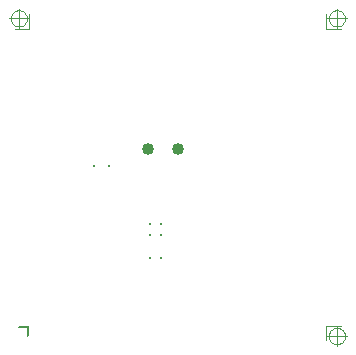
<source format=gbr>
G04 AutoGERB for AutoCAD 14/2000*
G04 RS274-X Output *
%FSLAX34Y34*%
%MOIN*%
%ADD12C,0.005000*%
%ADD13C,0.007000*%
%ADD14C,0.004500*%
%ADD15C,0.013000*%
%ADD16C,0.040000*%
G36*X-312Y0D02*X-396Y-90D01*X-90Y-90*X-90Y-396*X0Y-312*X0Y0*X-312Y0*G37*G54D14*X10248Y-75D02*X10206Y-78D01*X10166Y-87*X10126Y-104*X10090Y-126*X10058Y-153*X10031Y-185*X10008Y-221*X9992Y-260*X9982Y-302*X9978Y-343*G54D14*X9978Y-345D02*X9982Y-387D01*X9992Y-428*X10008Y-467*X10030Y-503*X10057Y-535*X10089Y-563*X10125Y-585*X10164Y-601*X10205Y-611*X10247Y-615*G54D14*X9900Y0D02*X10383Y0D01*G54D14*X10248Y-345D02*X9923Y-345D01*G54D14*X9900Y0D02*X9900Y-483D01*G54D14*X10248Y-615D02*X10291Y-611D01*X10331Y-601*X10371Y-585*X10407Y-563*X10439Y-536*X10466Y-504*X10489Y-468*X10505Y-429*X10515Y-388*X10518Y-346*G54D14*X10248Y-345D02*X10248Y-671D01*G54D14*X10518Y-345D02*X10515Y-302D01*X10505Y-261*X10490Y-222*X10467Y-186*X10440Y-154*X10408Y-127*X10372Y-104*X10333Y-88*X10292Y-78*X10250Y-75*G54D14*X10248Y-345D02*X10574Y-345D01*G54D14*X10248Y-345D02*X10248Y-19D01*G54D14*X-348Y10515D02*X-391Y10511D01*X-431Y10501*X-471Y10485*X-507Y10463*X-539Y10436*X-566Y10404*X-589Y10368*X-605Y10329*X-615Y10288*X-618Y10246*G54D14*X-618Y10245D02*X-615Y10202D01*X-605Y10161*X-590Y10122*X-567Y10086*X-540Y10054*X-508Y10027*X-472Y10004*X-433Y9988*X-392Y9978*X-350Y9975*G54D14*X-348Y10245D02*X-674Y10245D01*G54D14*X-348Y9975D02*X-306Y9978D01*X-266Y9987*X-226Y10004*X-190Y10026*X-158Y10053*X-131Y10085*X-108Y10121*X-92Y10160*X-82Y10202*X-78Y10243*G54D14*X-348Y10245D02*X-348Y9919D01*G54D14*X0Y9900D02*X0Y10383D01*G54D14*X0Y9900D02*X-483Y9900D01*G54D14*X-78Y10245D02*X-82Y10287D01*X-92Y10328*X-108Y10367*X-130Y10403*X-157Y10435*X-189Y10463*X-225Y10485*X-264Y10501*X-305Y10511*X-347Y10515*G54D14*X-348Y10245D02*X-23Y10245D01*G54D14*X-348Y10245D02*X-348Y10571D01*G54D14*X10518Y10245D02*X10515Y10287D01*X10505Y10328*X10490Y10367*X10467Y10403*X10440Y10435*X10408Y10463*X10372Y10485*X10333Y10501*X10292Y10511*X10250Y10515*G54D14*X10248Y9975D02*X10291Y9978D01*X10331Y9987*X10371Y10004*X10407Y10026*X10439Y10053*X10466Y10085*X10489Y10121*X10505Y10160*X10515Y10202*X10518Y10243*G54D14*X10248Y10245D02*X10574Y10245D01*G54D14*X9978Y10245D02*X9982Y
10202D01*X9992Y10161*X10008Y10122*X10030Y10086*X10057Y10054*X10089Y10027*X10125Y10004*X10164Y9988*X10205Y9978*X10247Y9975*G54D14*X10248Y10245D02*X10248Y9919D01*G54D14*X9900Y9900D02*X9900Y10383D01*G54D14*X9900Y9900D02*X10383Y9900D01*G54D14*X10248Y10515D02*X10206Y10511D01*X10166Y10501*X10126Y10485*X10090Y10463*X10058Y10436*X10031Y10404*X10008Y10368*X9992Y10329*X9982Y10288*X9978Y10246*G54D14*X10248Y10245D02*X9923Y10245D01*G54D14*X10248Y10245D02*X10248Y10571D01*G54D15*X2154Y5315D03*G54D15*X2654Y5315D03*G54D15*X4027Y2245D03*G54D15*X4404Y2245D03*G54D15*X4027Y3389D03*G54D15*X4404Y3389D03*G54D15*X4027Y3011D03*G54D15*X4404Y3011D03*G54D16*X4959Y5900D03*G54D16*X3959Y5900D03*M02*

	THIS DOCUMENT AND ITS CONTENTS ARE OWNED BY, AND ARE
THE CONFIDENTIAL AND PROPRIETARY INFORMATION OF, MINI-CIRCUITS
("CONFIDENTIAL INFORMATION") AND MINI-CIRCUITS RESERVES ALL
DESIGN, USE, MANUFACTURING AND REPRODUCTION RIGHTS THERETO.
UNLESS OTHERWISE EXPRESSLY AGREED TO IN WRITING BY MINI-
CIRCUITS, THE CONFIDENTIAL INFROMATION WILL: (i) BE USED BY MINI-
CIRCUITS' VENDORS, VENDEES, OR THE UNITED STATES GOVERNMENT
("RECEIVING PARTY") SOLELY TO PROMOTE THE COMMERCIAL
RELATIONSHIP BETWEEN RECEIVING PARTY AND MINI-CIRCUITS
("PURPOSE") AND THEN ONLY TO THE EXTENT SPECIFIED BY MINI-
CIRCUITS; (ii) NOT BE USED FOR ANY OTHER PURPOSE AND NOT BE USED
IN ANY WAY DETRIMENTAL TO MINI-CIRCUITS OR TO COMPETE AGAINST
MINI-CIRCUITS; AND (iii) BE KEPT CONFIDENTIAL BY THE RECEIVING PARTY
AND RECEIVING PARTY AGREES NOT TO DISCLOSE THE CONFIDENTIAL
INFORMATION TO ANY THIRD PARTY.

</source>
